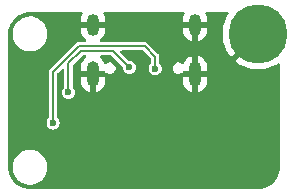
<source format=gbr>
%TF.GenerationSoftware,KiCad,Pcbnew,8.0.2*%
%TF.CreationDate,2025-12-10T20:50:01-08:00*%
%TF.ProjectId,Numpad_Daughterboard,4e756d70-6164-45f4-9461-756768746572,rev?*%
%TF.SameCoordinates,Original*%
%TF.FileFunction,Copper,L1,Top*%
%TF.FilePolarity,Positive*%
%FSLAX46Y46*%
G04 Gerber Fmt 4.6, Leading zero omitted, Abs format (unit mm)*
G04 Created by KiCad (PCBNEW 8.0.2) date 2025-12-10 20:50:01*
%MOMM*%
%LPD*%
G01*
G04 APERTURE LIST*
%TA.AperFunction,ComponentPad*%
%ADD10O,1.050000X2.150000*%
%TD*%
%TA.AperFunction,ComponentPad*%
%ADD11O,1.050000X1.850000*%
%TD*%
%TA.AperFunction,ComponentPad*%
%ADD12C,5.000000*%
%TD*%
%TA.AperFunction,ViaPad*%
%ADD13C,0.600000*%
%TD*%
%TA.AperFunction,Conductor*%
%ADD14C,0.200000*%
%TD*%
G04 APERTURE END LIST*
D10*
%TO.P,J1,S1,SHIELD*%
%TO.N,GND*%
X16320000Y-5750000D03*
D11*
X16320000Y-1600000D03*
D10*
X7680000Y-5750000D03*
D11*
X7680000Y-1600000D03*
%TD*%
D12*
%TO.P,H1,1,1*%
%TO.N,GND*%
X21650038Y-2349952D03*
%TD*%
D13*
%TO.N,GND*%
X17000000Y-14500000D03*
X16200000Y-7900000D03*
X8500000Y-10800000D03*
X15500000Y-12000000D03*
X13300000Y-8600000D03*
X11850000Y-4480000D03*
%TO.N,Net-(J1-CC1)*%
X5600000Y-7300000D03*
X10764953Y-5196829D03*
%TO.N,Net-(J1-CC2)*%
X12943981Y-5301936D03*
X4300000Y-9900000D03*
%TD*%
D14*
%TO.N,Net-(J1-CC1)*%
X5600000Y-4840000D02*
X5600000Y-7300000D01*
X10764953Y-5196829D02*
X9368124Y-3800000D01*
X9368124Y-3800000D02*
X6640000Y-3800000D01*
X6640000Y-3800000D02*
X5600000Y-4840000D01*
%TO.N,Net-(J1-CC2)*%
X6474314Y-3400000D02*
X12070000Y-3400000D01*
X12070000Y-3400000D02*
X12943981Y-4273981D01*
X4300000Y-7220000D02*
X4300000Y-9900000D01*
X4300000Y-5574314D02*
X6474314Y-3400000D01*
X4300000Y-7220000D02*
X4300000Y-5574314D01*
X12943981Y-4273981D02*
X12943981Y-5301936D01*
%TD*%
%TA.AperFunction,Conductor*%
%TO.N,GND*%
G36*
X6749684Y-520185D02*
G01*
X6795439Y-572989D01*
X6805383Y-642147D01*
X6785746Y-693392D01*
X6771660Y-714471D01*
X6771652Y-714486D01*
X6694390Y-901016D01*
X6694387Y-901025D01*
X6655000Y-1099041D01*
X6655000Y-1350000D01*
X7355000Y-1350000D01*
X7355000Y-1850000D01*
X6655000Y-1850000D01*
X6655000Y-2100958D01*
X6694387Y-2298974D01*
X6694390Y-2298983D01*
X6771652Y-2485513D01*
X6771659Y-2485526D01*
X6883829Y-2653399D01*
X6883832Y-2653403D01*
X7026596Y-2796167D01*
X7026600Y-2796170D01*
X7065852Y-2822398D01*
X7110657Y-2876011D01*
X7119364Y-2945336D01*
X7089209Y-3008363D01*
X7029766Y-3045082D01*
X6996961Y-3049500D01*
X6428170Y-3049500D01*
X6339026Y-3073386D01*
X6339025Y-3073386D01*
X6339023Y-3073387D01*
X6339020Y-3073388D01*
X6259108Y-3119526D01*
X6259099Y-3119533D01*
X4019531Y-5359100D01*
X4019529Y-5359103D01*
X3980193Y-5427237D01*
X3980191Y-5427240D01*
X3973386Y-5439026D01*
X3949500Y-5528170D01*
X3949500Y-9413908D01*
X3929815Y-9480947D01*
X3911913Y-9500412D01*
X3913129Y-9501628D01*
X3907384Y-9507372D01*
X3819137Y-9622377D01*
X3763671Y-9756287D01*
X3763670Y-9756291D01*
X3744750Y-9899999D01*
X3744750Y-9900000D01*
X3763670Y-10043708D01*
X3763671Y-10043712D01*
X3819137Y-10177622D01*
X3819138Y-10177624D01*
X3819139Y-10177625D01*
X3907379Y-10292621D01*
X4022375Y-10380861D01*
X4156291Y-10436330D01*
X4283280Y-10453048D01*
X4299999Y-10455250D01*
X4300000Y-10455250D01*
X4300001Y-10455250D01*
X4314977Y-10453278D01*
X4443709Y-10436330D01*
X4577625Y-10380861D01*
X4692621Y-10292621D01*
X4780861Y-10177625D01*
X4836330Y-10043709D01*
X4855250Y-9900000D01*
X4836330Y-9756291D01*
X4780861Y-9622375D01*
X4692621Y-9507379D01*
X4692619Y-9507377D01*
X4692615Y-9507372D01*
X4686871Y-9501628D01*
X4689387Y-9499111D01*
X4657797Y-9455817D01*
X4650500Y-9413908D01*
X4650500Y-5770857D01*
X4670185Y-5703818D01*
X4686819Y-5683176D01*
X5037819Y-5332176D01*
X5099142Y-5298691D01*
X5168834Y-5303675D01*
X5224767Y-5345547D01*
X5249184Y-5411011D01*
X5249500Y-5419857D01*
X5249500Y-6813908D01*
X5229815Y-6880947D01*
X5211913Y-6900412D01*
X5213129Y-6901628D01*
X5207384Y-6907372D01*
X5119137Y-7022377D01*
X5063671Y-7156287D01*
X5063670Y-7156291D01*
X5044750Y-7299999D01*
X5044750Y-7300000D01*
X5063670Y-7443708D01*
X5063671Y-7443712D01*
X5119137Y-7577622D01*
X5119138Y-7577624D01*
X5119139Y-7577625D01*
X5207379Y-7692621D01*
X5322375Y-7780861D01*
X5456291Y-7836330D01*
X5583280Y-7853048D01*
X5599999Y-7855250D01*
X5600000Y-7855250D01*
X5600001Y-7855250D01*
X5614977Y-7853278D01*
X5743709Y-7836330D01*
X5877625Y-7780861D01*
X5992621Y-7692621D01*
X6080861Y-7577625D01*
X6136330Y-7443709D01*
X6155250Y-7300000D01*
X6136330Y-7156291D01*
X6080861Y-7022375D01*
X5992621Y-6907379D01*
X5992619Y-6907377D01*
X5992615Y-6907372D01*
X5986871Y-6901628D01*
X5989387Y-6899111D01*
X5957797Y-6855817D01*
X5950500Y-6813908D01*
X5950500Y-5036544D01*
X5970185Y-4969505D01*
X5986819Y-4948863D01*
X6748863Y-4186819D01*
X6810186Y-4153334D01*
X6836544Y-4150500D01*
X6996961Y-4150500D01*
X7064000Y-4170185D01*
X7109755Y-4222989D01*
X7119699Y-4292147D01*
X7090674Y-4355703D01*
X7065852Y-4377602D01*
X7026600Y-4403829D01*
X7026596Y-4403832D01*
X6883832Y-4546596D01*
X6883829Y-4546600D01*
X6771659Y-4714473D01*
X6771652Y-4714486D01*
X6694390Y-4901016D01*
X6694387Y-4901025D01*
X6655000Y-5099041D01*
X6655000Y-5500000D01*
X7355000Y-5500000D01*
X7355000Y-6000000D01*
X6655000Y-6000000D01*
X6655000Y-6400958D01*
X6694387Y-6598974D01*
X6694390Y-6598983D01*
X6771652Y-6785513D01*
X6771659Y-6785526D01*
X6883829Y-6953399D01*
X6883832Y-6953403D01*
X7026596Y-7096167D01*
X7026600Y-7096170D01*
X7194473Y-7208340D01*
X7194486Y-7208347D01*
X7381016Y-7285609D01*
X7381025Y-7285612D01*
X7430000Y-7295353D01*
X7430000Y-6409618D01*
X7480446Y-6460064D01*
X7554555Y-6502851D01*
X7637213Y-6525000D01*
X7722787Y-6525000D01*
X7805445Y-6502851D01*
X7879554Y-6460064D01*
X7930000Y-6409618D01*
X7930000Y-7295352D01*
X7978974Y-7285612D01*
X7978983Y-7285609D01*
X8165513Y-7208347D01*
X8165526Y-7208340D01*
X8333399Y-7096170D01*
X8333403Y-7096167D01*
X8476167Y-6953403D01*
X8476170Y-6953399D01*
X8588340Y-6785526D01*
X8588347Y-6785513D01*
X8665609Y-6598983D01*
X8665612Y-6598974D01*
X8704999Y-6400958D01*
X8705000Y-6400955D01*
X8705000Y-6000000D01*
X8005000Y-6000000D01*
X8005000Y-5500000D01*
X8633613Y-5500000D01*
X8700652Y-5519685D01*
X8721103Y-5538499D01*
X8722158Y-5537445D01*
X8727905Y-5543192D01*
X8816808Y-5632095D01*
X8925692Y-5694959D01*
X9047136Y-5727500D01*
X9047139Y-5727500D01*
X9172861Y-5727500D01*
X9172864Y-5727500D01*
X9294308Y-5694959D01*
X9403192Y-5632095D01*
X9492095Y-5543192D01*
X9554959Y-5434308D01*
X9587500Y-5312864D01*
X9587500Y-5187136D01*
X9554959Y-5065692D01*
X9492095Y-4956808D01*
X9403192Y-4867905D01*
X9403191Y-4867904D01*
X9403188Y-4867902D01*
X9294310Y-4805042D01*
X9294309Y-4805041D01*
X9263947Y-4796905D01*
X9172864Y-4772500D01*
X9047136Y-4772500D01*
X8974269Y-4792024D01*
X8925690Y-4805041D01*
X8925689Y-4805042D01*
X8809770Y-4871968D01*
X8808587Y-4869919D01*
X8754684Y-4890748D01*
X8686242Y-4876698D01*
X8636260Y-4827876D01*
X8629825Y-4814628D01*
X8588342Y-4714477D01*
X8588340Y-4714473D01*
X8476170Y-4546600D01*
X8476167Y-4546596D01*
X8333403Y-4403832D01*
X8333399Y-4403829D01*
X8294148Y-4377602D01*
X8249343Y-4323989D01*
X8240636Y-4254664D01*
X8270791Y-4191637D01*
X8330234Y-4154918D01*
X8363039Y-4150500D01*
X9171580Y-4150500D01*
X9238619Y-4170185D01*
X9259261Y-4186819D01*
X10173393Y-5100951D01*
X10206878Y-5162274D01*
X10208020Y-5188702D01*
X10209703Y-5188702D01*
X10209703Y-5196829D01*
X10228623Y-5340537D01*
X10228624Y-5340541D01*
X10284090Y-5474451D01*
X10284091Y-5474453D01*
X10284092Y-5474454D01*
X10372332Y-5589450D01*
X10487328Y-5677690D01*
X10487329Y-5677690D01*
X10487330Y-5677691D01*
X10528047Y-5694556D01*
X10621244Y-5733159D01*
X10748233Y-5749877D01*
X10764952Y-5752079D01*
X10764953Y-5752079D01*
X10764954Y-5752079D01*
X10779930Y-5750107D01*
X10908662Y-5733159D01*
X11042578Y-5677690D01*
X11157574Y-5589450D01*
X11245814Y-5474454D01*
X11301283Y-5340538D01*
X11320203Y-5196829D01*
X11301283Y-5053120D01*
X11245814Y-4919204D01*
X11157574Y-4804208D01*
X11042578Y-4715968D01*
X11042577Y-4715967D01*
X11042575Y-4715966D01*
X10908665Y-4660500D01*
X10908663Y-4660499D01*
X10908662Y-4660499D01*
X10817591Y-4648509D01*
X10764954Y-4641579D01*
X10756826Y-4641579D01*
X10756826Y-4638072D01*
X10703566Y-4629601D01*
X10669075Y-4605269D01*
X10025987Y-3962181D01*
X9992502Y-3900858D01*
X9997486Y-3831166D01*
X10039358Y-3775233D01*
X10104822Y-3750816D01*
X10113668Y-3750500D01*
X11873456Y-3750500D01*
X11940495Y-3770185D01*
X11961137Y-3786819D01*
X12557162Y-4382844D01*
X12590647Y-4444167D01*
X12593481Y-4470525D01*
X12593481Y-4815844D01*
X12573796Y-4882883D01*
X12555894Y-4902348D01*
X12557110Y-4903564D01*
X12551365Y-4909308D01*
X12463118Y-5024313D01*
X12407652Y-5158223D01*
X12407651Y-5158227D01*
X12388731Y-5301936D01*
X12406158Y-5434308D01*
X12407651Y-5445644D01*
X12407652Y-5445648D01*
X12463118Y-5579558D01*
X12463119Y-5579560D01*
X12463120Y-5579561D01*
X12551360Y-5694557D01*
X12666356Y-5782797D01*
X12800272Y-5838266D01*
X12927261Y-5854984D01*
X12943980Y-5857186D01*
X12943981Y-5857186D01*
X12943982Y-5857186D01*
X12958958Y-5855214D01*
X13087690Y-5838266D01*
X13221606Y-5782797D01*
X13336602Y-5694557D01*
X13424842Y-5579561D01*
X13480311Y-5445645D01*
X13499231Y-5301936D01*
X13484117Y-5187136D01*
X14412500Y-5187136D01*
X14412500Y-5312864D01*
X14422438Y-5349952D01*
X14445041Y-5434309D01*
X14445042Y-5434310D01*
X14507902Y-5543188D01*
X14507904Y-5543191D01*
X14507905Y-5543192D01*
X14596808Y-5632095D01*
X14705692Y-5694959D01*
X14827136Y-5727500D01*
X14827139Y-5727500D01*
X14952861Y-5727500D01*
X14952864Y-5727500D01*
X15074308Y-5694959D01*
X15183192Y-5632095D01*
X15272095Y-5543192D01*
X15272095Y-5543191D01*
X15277842Y-5537445D01*
X15280090Y-5539693D01*
X15324438Y-5507311D01*
X15366387Y-5500000D01*
X15995000Y-5500000D01*
X15995000Y-6000000D01*
X15295000Y-6000000D01*
X15295000Y-6400958D01*
X15334387Y-6598974D01*
X15334390Y-6598983D01*
X15411652Y-6785513D01*
X15411659Y-6785526D01*
X15523829Y-6953399D01*
X15523832Y-6953403D01*
X15666596Y-7096167D01*
X15666600Y-7096170D01*
X15834473Y-7208340D01*
X15834486Y-7208347D01*
X16021016Y-7285609D01*
X16021025Y-7285612D01*
X16070000Y-7295353D01*
X16070000Y-6409618D01*
X16120446Y-6460064D01*
X16194555Y-6502851D01*
X16277213Y-6525000D01*
X16362787Y-6525000D01*
X16445445Y-6502851D01*
X16519554Y-6460064D01*
X16570000Y-6409618D01*
X16570000Y-7295352D01*
X16618974Y-7285612D01*
X16618983Y-7285609D01*
X16805513Y-7208347D01*
X16805526Y-7208340D01*
X16973399Y-7096170D01*
X16973403Y-7096167D01*
X17116167Y-6953403D01*
X17116170Y-6953399D01*
X17228340Y-6785526D01*
X17228347Y-6785513D01*
X17305609Y-6598983D01*
X17305612Y-6598974D01*
X17344999Y-6400958D01*
X17345000Y-6400955D01*
X17345000Y-6000000D01*
X16645000Y-6000000D01*
X16645000Y-5500000D01*
X17345000Y-5500000D01*
X17345000Y-5099045D01*
X17344999Y-5099041D01*
X17305612Y-4901025D01*
X17305609Y-4901016D01*
X17228347Y-4714486D01*
X17228340Y-4714473D01*
X17116170Y-4546600D01*
X17116167Y-4546596D01*
X16973403Y-4403832D01*
X16973399Y-4403829D01*
X16805526Y-4291659D01*
X16805513Y-4291652D01*
X16618984Y-4214390D01*
X16618977Y-4214388D01*
X16570000Y-4204645D01*
X16570000Y-5090382D01*
X16519554Y-5039936D01*
X16445445Y-4997149D01*
X16362787Y-4975000D01*
X16277213Y-4975000D01*
X16194555Y-4997149D01*
X16120446Y-5039936D01*
X16070000Y-5090382D01*
X16070000Y-4204646D01*
X16069999Y-4204645D01*
X16021022Y-4214388D01*
X16021015Y-4214390D01*
X15834486Y-4291652D01*
X15834473Y-4291659D01*
X15666600Y-4403829D01*
X15666596Y-4403832D01*
X15523832Y-4546596D01*
X15523829Y-4546600D01*
X15411659Y-4714473D01*
X15411652Y-4714486D01*
X15370173Y-4814628D01*
X15326332Y-4869032D01*
X15260038Y-4891097D01*
X15192339Y-4873818D01*
X15185980Y-4869514D01*
X15074310Y-4805042D01*
X15074309Y-4805041D01*
X15043947Y-4796905D01*
X14952864Y-4772500D01*
X14827136Y-4772500D01*
X14754269Y-4792024D01*
X14705690Y-4805041D01*
X14705689Y-4805042D01*
X14596811Y-4867902D01*
X14596806Y-4867906D01*
X14507906Y-4956806D01*
X14507902Y-4956811D01*
X14445042Y-5065689D01*
X14445041Y-5065690D01*
X14435593Y-5100951D01*
X14412500Y-5187136D01*
X13484117Y-5187136D01*
X13480311Y-5158227D01*
X13441982Y-5065692D01*
X13424843Y-5024313D01*
X13424842Y-5024312D01*
X13424842Y-5024311D01*
X13336602Y-4909315D01*
X13336600Y-4909313D01*
X13336596Y-4909308D01*
X13330852Y-4903564D01*
X13333368Y-4901047D01*
X13301778Y-4857753D01*
X13294481Y-4815844D01*
X13294481Y-4227839D01*
X13294481Y-4227837D01*
X13270595Y-4138693D01*
X13236979Y-4080469D01*
X13224451Y-4058769D01*
X13224449Y-4058767D01*
X13224448Y-4058765D01*
X13224447Y-4058764D01*
X12285213Y-3119531D01*
X12285208Y-3119527D01*
X12205290Y-3073387D01*
X12205289Y-3073386D01*
X12205288Y-3073386D01*
X12116144Y-3049500D01*
X8363039Y-3049500D01*
X8296000Y-3029815D01*
X8250245Y-2977011D01*
X8240301Y-2907853D01*
X8269326Y-2844297D01*
X8294148Y-2822398D01*
X8333399Y-2796170D01*
X8333403Y-2796167D01*
X8476167Y-2653403D01*
X8476170Y-2653399D01*
X8588340Y-2485526D01*
X8588347Y-2485513D01*
X8665609Y-2298983D01*
X8665612Y-2298974D01*
X8704999Y-2100958D01*
X8705000Y-2100955D01*
X8705000Y-1850000D01*
X8005000Y-1850000D01*
X8005000Y-1350000D01*
X8705000Y-1350000D01*
X8705000Y-1099045D01*
X8704999Y-1099041D01*
X8665612Y-901025D01*
X8665609Y-901016D01*
X8588347Y-714486D01*
X8588339Y-714471D01*
X8574254Y-693392D01*
X8553375Y-626715D01*
X8571859Y-559334D01*
X8623837Y-512644D01*
X8677355Y-500500D01*
X15322645Y-500500D01*
X15389684Y-520185D01*
X15435439Y-572989D01*
X15445383Y-642147D01*
X15425746Y-693392D01*
X15411660Y-714471D01*
X15411652Y-714486D01*
X15334390Y-901016D01*
X15334387Y-901025D01*
X15295000Y-1099041D01*
X15295000Y-1350000D01*
X15995000Y-1350000D01*
X15995000Y-1850000D01*
X15295000Y-1850000D01*
X15295000Y-2100958D01*
X15334387Y-2298974D01*
X15334390Y-2298983D01*
X15411652Y-2485513D01*
X15411659Y-2485526D01*
X15523829Y-2653399D01*
X15523832Y-2653403D01*
X15666596Y-2796167D01*
X15666600Y-2796170D01*
X15834473Y-2908340D01*
X15834486Y-2908347D01*
X16021016Y-2985609D01*
X16021025Y-2985612D01*
X16070000Y-2995353D01*
X16070000Y-2209618D01*
X16120446Y-2260064D01*
X16194555Y-2302851D01*
X16277213Y-2325000D01*
X16362787Y-2325000D01*
X16445445Y-2302851D01*
X16519554Y-2260064D01*
X16570000Y-2209618D01*
X16570000Y-2995352D01*
X16618974Y-2985612D01*
X16618983Y-2985609D01*
X16805513Y-2908347D01*
X16805526Y-2908340D01*
X16973399Y-2796170D01*
X16973403Y-2796167D01*
X17116167Y-2653403D01*
X17116170Y-2653399D01*
X17228340Y-2485526D01*
X17228347Y-2485513D01*
X17305609Y-2298983D01*
X17305612Y-2298974D01*
X17344999Y-2100958D01*
X17345000Y-2100955D01*
X17345000Y-1850000D01*
X16645000Y-1850000D01*
X16645000Y-1350000D01*
X17345000Y-1350000D01*
X17345000Y-1099045D01*
X17344999Y-1099041D01*
X17305612Y-901025D01*
X17305609Y-901016D01*
X17228347Y-714486D01*
X17228339Y-714471D01*
X17214254Y-693392D01*
X17193375Y-626715D01*
X17211859Y-559334D01*
X17263837Y-512644D01*
X17317355Y-500500D01*
X19039925Y-500500D01*
X19106964Y-520185D01*
X19152719Y-572989D01*
X19162663Y-642147D01*
X19140753Y-695244D01*
X19141312Y-695612D01*
X19139405Y-698511D01*
X19139393Y-698541D01*
X19139330Y-698624D01*
X19139328Y-698627D01*
X18964599Y-1001268D01*
X18964593Y-1001281D01*
X18826183Y-1322151D01*
X18725954Y-1656940D01*
X18725952Y-1656949D01*
X18665274Y-2001071D01*
X18665273Y-2001082D01*
X18644954Y-2349948D01*
X18644954Y-2349955D01*
X18665273Y-2698821D01*
X18665274Y-2698832D01*
X18725952Y-3042954D01*
X18725954Y-3042963D01*
X18826183Y-3377752D01*
X18964593Y-3698622D01*
X18964599Y-3698635D01*
X19139327Y-4001274D01*
X19348005Y-4281577D01*
X19356186Y-4290248D01*
X20606357Y-3040076D01*
X20696592Y-3164272D01*
X20835718Y-3303398D01*
X20959910Y-3393630D01*
X19712856Y-4640685D01*
X19712857Y-4640686D01*
X19855522Y-4760397D01*
X20147499Y-4952432D01*
X20459777Y-5109266D01*
X20459783Y-5109268D01*
X20788168Y-5228790D01*
X20788171Y-5228791D01*
X21128209Y-5309381D01*
X21475314Y-5349951D01*
X21475315Y-5349952D01*
X21824761Y-5349952D01*
X21824761Y-5349951D01*
X22171865Y-5309381D01*
X22171867Y-5309381D01*
X22511904Y-5228791D01*
X22511907Y-5228790D01*
X22840292Y-5109268D01*
X22840298Y-5109266D01*
X23152576Y-4952432D01*
X23307361Y-4850630D01*
X23374189Y-4830238D01*
X23441432Y-4849212D01*
X23487743Y-4901530D01*
X23499500Y-4954231D01*
X23499500Y-13645885D01*
X23499235Y-13653995D01*
X23484208Y-13883261D01*
X23482090Y-13899343D01*
X23438063Y-14120678D01*
X23433865Y-14136344D01*
X23361325Y-14350040D01*
X23355118Y-14365026D01*
X23255302Y-14567431D01*
X23247192Y-14581477D01*
X23121813Y-14769121D01*
X23111939Y-14781990D01*
X22963139Y-14951662D01*
X22951670Y-14963131D01*
X22781998Y-15111930D01*
X22769129Y-15121804D01*
X22581485Y-15247183D01*
X22567439Y-15255293D01*
X22365033Y-15355109D01*
X22350047Y-15361316D01*
X22136351Y-15433856D01*
X22120684Y-15438054D01*
X21899350Y-15482080D01*
X21883269Y-15484197D01*
X21653959Y-15499227D01*
X21645849Y-15499493D01*
X21575955Y-15499493D01*
X21575849Y-15499500D01*
X2354089Y-15499500D01*
X2346024Y-15499237D01*
X2330302Y-15498212D01*
X2118036Y-15484376D01*
X2102044Y-15482283D01*
X1881867Y-15438737D01*
X1866281Y-15434585D01*
X1653626Y-15362831D01*
X1638710Y-15356691D01*
X1437159Y-15257936D01*
X1423176Y-15249917D01*
X1236149Y-15125834D01*
X1223322Y-15116065D01*
X1053994Y-14968765D01*
X1042538Y-14957410D01*
X893751Y-14789364D01*
X883867Y-14776617D01*
X758160Y-14590691D01*
X750014Y-14576769D01*
X649508Y-14376105D01*
X643237Y-14361244D01*
X569623Y-14149218D01*
X565335Y-14133670D01*
X536850Y-13995983D01*
X519863Y-13913877D01*
X517631Y-13897905D01*
X517147Y-13891365D01*
X500838Y-13670852D01*
X500500Y-13661706D01*
X500500Y-13533718D01*
X872500Y-13533718D01*
X872500Y-13766281D01*
X908881Y-13995983D01*
X908881Y-13995986D01*
X980745Y-14217160D01*
X980747Y-14217163D01*
X1086328Y-14424379D01*
X1223026Y-14612527D01*
X1387473Y-14776974D01*
X1575621Y-14913672D01*
X1683748Y-14968765D01*
X1782839Y-15019254D01*
X2004014Y-15091118D01*
X2004015Y-15091118D01*
X2004018Y-15091119D01*
X2233718Y-15127500D01*
X2233719Y-15127500D01*
X2466281Y-15127500D01*
X2466282Y-15127500D01*
X2695982Y-15091119D01*
X2695985Y-15091118D01*
X2695986Y-15091118D01*
X2917160Y-15019254D01*
X2917160Y-15019253D01*
X2917163Y-15019253D01*
X3124379Y-14913672D01*
X3312527Y-14776974D01*
X3476974Y-14612527D01*
X3613672Y-14424379D01*
X3719253Y-14217163D01*
X3741330Y-14149218D01*
X3791118Y-13995986D01*
X3791118Y-13995985D01*
X3791119Y-13995982D01*
X3827500Y-13766282D01*
X3827500Y-13533718D01*
X3791119Y-13304018D01*
X3791118Y-13304014D01*
X3791118Y-13304013D01*
X3719254Y-13082839D01*
X3613671Y-12875620D01*
X3476974Y-12687473D01*
X3312527Y-12523026D01*
X3124379Y-12386328D01*
X2917160Y-12280745D01*
X2695985Y-12208881D01*
X2523707Y-12181595D01*
X2466282Y-12172500D01*
X2233718Y-12172500D01*
X2157151Y-12184627D01*
X2004016Y-12208881D01*
X2004013Y-12208881D01*
X1782839Y-12280745D01*
X1575620Y-12386328D01*
X1468275Y-12464319D01*
X1387473Y-12523026D01*
X1387471Y-12523028D01*
X1387470Y-12523028D01*
X1223028Y-12687470D01*
X1223028Y-12687471D01*
X1223026Y-12687473D01*
X1164319Y-12768275D01*
X1086328Y-12875620D01*
X980745Y-13082839D01*
X908881Y-13304013D01*
X908881Y-13304016D01*
X872500Y-13533718D01*
X500500Y-13533718D01*
X500500Y-2354023D01*
X500766Y-2345901D01*
X503846Y-2298983D01*
X508130Y-2233718D01*
X872500Y-2233718D01*
X872500Y-2466281D01*
X908881Y-2695983D01*
X908881Y-2695986D01*
X980745Y-2917160D01*
X1060346Y-3073386D01*
X1086328Y-3124379D01*
X1223026Y-3312527D01*
X1387473Y-3476974D01*
X1575621Y-3613672D01*
X1742346Y-3698622D01*
X1782839Y-3719254D01*
X2004014Y-3791118D01*
X2004015Y-3791118D01*
X2004018Y-3791119D01*
X2233718Y-3827500D01*
X2233719Y-3827500D01*
X2466281Y-3827500D01*
X2466282Y-3827500D01*
X2695982Y-3791119D01*
X2695985Y-3791118D01*
X2695986Y-3791118D01*
X2917160Y-3719254D01*
X2917160Y-3719253D01*
X2917163Y-3719253D01*
X3124379Y-3613672D01*
X3312527Y-3476974D01*
X3476974Y-3312527D01*
X3613672Y-3124379D01*
X3719253Y-2917163D01*
X3719254Y-2917160D01*
X3791118Y-2695986D01*
X3791118Y-2695985D01*
X3791119Y-2695982D01*
X3827500Y-2466282D01*
X3827500Y-2233718D01*
X3791119Y-2004018D01*
X3791118Y-2004014D01*
X3791118Y-2004013D01*
X3719254Y-1782839D01*
X3655110Y-1656949D01*
X3613672Y-1575621D01*
X3476974Y-1387473D01*
X3312527Y-1223026D01*
X3124379Y-1086328D01*
X3041617Y-1044159D01*
X2917160Y-980745D01*
X2695985Y-908881D01*
X2482066Y-875000D01*
X2466282Y-872500D01*
X2233718Y-872500D01*
X2160517Y-884094D01*
X2004016Y-908881D01*
X2004013Y-908881D01*
X1782839Y-980745D01*
X1575620Y-1086328D01*
X1468275Y-1164319D01*
X1387473Y-1223026D01*
X1387471Y-1223028D01*
X1387470Y-1223028D01*
X1223028Y-1387470D01*
X1223028Y-1387471D01*
X1223026Y-1387473D01*
X1201461Y-1417155D01*
X1086328Y-1575620D01*
X980745Y-1782839D01*
X908881Y-2004013D01*
X908881Y-2004016D01*
X872500Y-2233718D01*
X508130Y-2233718D01*
X515839Y-2116281D01*
X517959Y-2100205D01*
X562125Y-1878521D01*
X566330Y-1862854D01*
X639097Y-1648848D01*
X645314Y-1633865D01*
X745435Y-1431204D01*
X753554Y-1417167D01*
X879301Y-1229346D01*
X889202Y-1216470D01*
X1038424Y-1046697D01*
X1049909Y-1035240D01*
X1220055Y-886423D01*
X1232937Y-876568D01*
X1421063Y-751282D01*
X1435132Y-743189D01*
X1638043Y-643560D01*
X1653033Y-637384D01*
X1867204Y-565144D01*
X1882897Y-560972D01*
X2104684Y-517348D01*
X2120775Y-515267D01*
X2350435Y-500754D01*
X2358503Y-500508D01*
X2420365Y-500659D01*
X2420367Y-500658D01*
X2426866Y-500674D01*
X2429571Y-500500D01*
X6682645Y-500500D01*
X6749684Y-520185D01*
G37*
%TD.AperFunction*%
%TD*%
M02*

</source>
